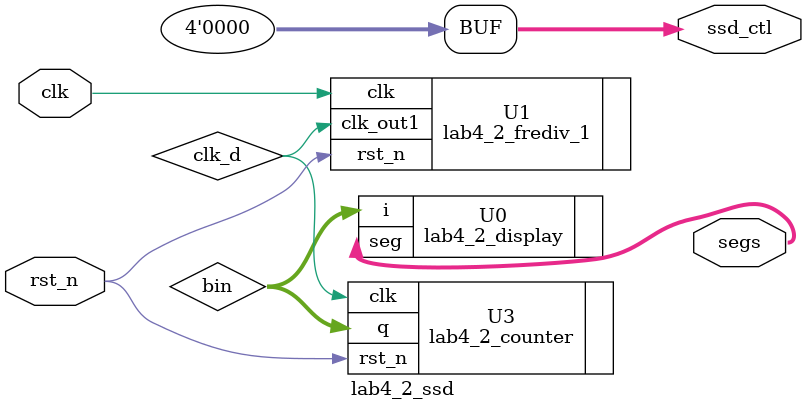
<source format=v>
`timescale 1ns / 1ps


module lab4_2_ssd(segs, ssd_ctl, clk, rst_n);

output [3:0] ssd_ctl;
output [7:0] segs;
input clk;
input rst_n;

wire clk_d;
wire [3:0] bin;

lab4_2_frediv_1 U1(.clk(clk), .rst_n(rst_n), .clk_out1(clk_d));
lab4_2_counter U3(.clk(clk_d), .rst_n(rst_n), .q(bin));
lab4_2_display U0(.seg(segs), .i(bin));

assign ssd_ctl = 4'b0000;

endmodule

</source>
